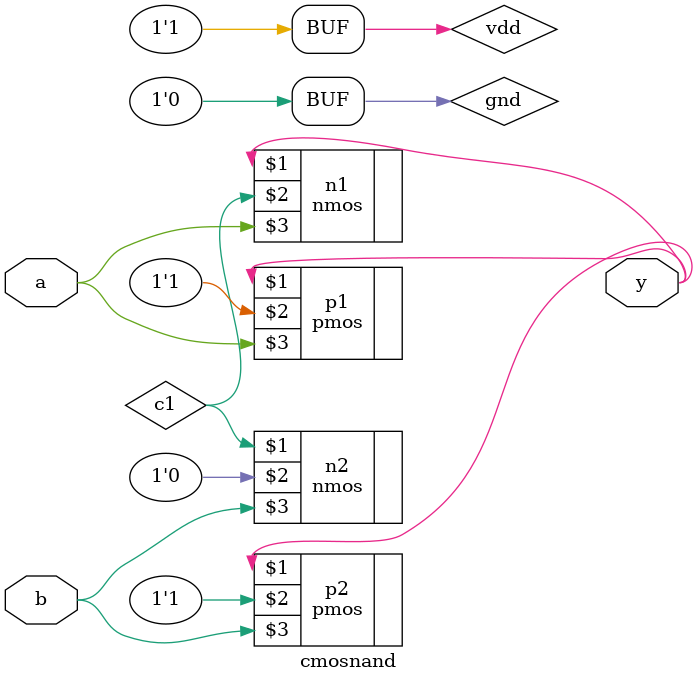
<source format=v>
module cmosnand(y,a,b);
    input a;
    input b;
    output y;
    supply1 vdd;
    supply0 gnd;

    pmos p1(y,vdd,a);
    pmos p2(y,vdd,b);

    wire c1;

    nmos n1(y,c1,a);
    nmos n2(c1,gnd,b);

endmodule

</source>
